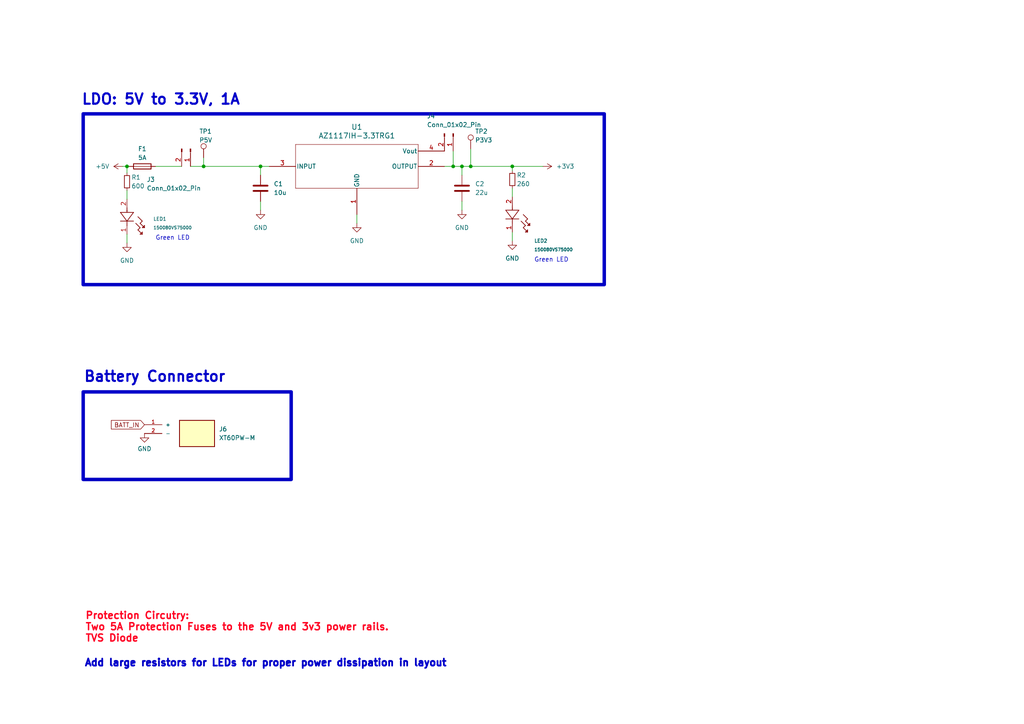
<source format=kicad_sch>
(kicad_sch (version 20231120) (generator "eeschema") (generator_version "8.0")
  (paper "A4")
  (lib_symbols
    (symbol "2024-02-15_17-38-45:AZ1117IH-3.3TRG1" (pin_names (offset 0.254))
      (property "Reference" "U1" (at 25.4 10.16 0))
      (property "Value" "AZ1117IH-3.3TRG1" (at 25.4 7.62 0))
      (symbol "AZ1117IH-3.3TRG1_0_1"
        (polyline (pts (xy 7.62 -7.62) (xy 43.18 -7.62)) (stroke (width 0.127)))
        (polyline (pts (xy 7.62 5.08) (xy 7.62 -7.62)) (stroke (width 0.127)))
        (polyline (pts (xy 43.18 -7.62) (xy 43.18 5.08)) (stroke (width 0.127)))
        (polyline (pts (xy 43.18 5.08) (xy 7.62 5.08)) (stroke (width 0.127)))
        (pin output line (at 50.8 -1.27 180) (length 7.62) (name "OUTPUT") (number "2"))
      )
      (symbol "AZ1117IH-3.3TRG1_1_1"
        (pin power_out line (at 25.4 -15.24 90) (length 7.62) (name "GND") (number "1"))
        (pin input line (at 0 -1.27 0) (length 7.62) (name "INPUT") (number "3"))
        (pin input line (at 50.8 3.175 180) (length 7.62) (name "Vout") (number "4"))
      )
    )
    (symbol "2024-02-25_19-51-49:150080VS75000" (pin_names (offset 0.254))
      (property "Reference" "LED" (at 5.08 -4.445 0))
      (property "Value" "150080VS75000" (at 5.08 -7.62 0))
      (symbol "150080VS75000_1_1"
        (polyline (pts (xy 2.54 0) (xy 3.4798 0)) (stroke (width 0.2032)))
        (polyline (pts (xy 3.175 0) (xy 3.81 0)) (stroke (width 0.2032)))
        (polyline (pts (xy 3.81 -1.905) (xy 6.35 0)) (stroke (width 0.2032)))
        (polyline (pts (xy 3.81 1.905) (xy 3.81 -1.905)) (stroke (width 0.2032)))
        (polyline (pts (xy 5.08 3.175) (xy 6.35 4.445)) (stroke (width 0.2032)))
        (polyline (pts (xy 6.35 -1.905) (xy 6.35 1.905)) (stroke (width 0.2032)))
        (polyline (pts (xy 6.35 0) (xy 3.81 1.905)) (stroke (width 0.2032)))
        (polyline (pts (xy 6.35 0) (xy 7.62 0)) (stroke (width 0.2032)))
        (polyline (pts (xy 6.35 4.445) (xy 6.985 3.81)) (stroke (width 0.2032)))
        (polyline (pts (xy 6.985 2.54) (xy 8.255 3.81)) (stroke (width 0.2032)))
        (polyline (pts (xy 6.985 3.81) (xy 8.255 5.08)) (stroke (width 0.2032)))
        (polyline (pts (xy 7.62 5.08) (xy 8.255 4.445)) (stroke (width 0.2032)))
        (polyline (pts (xy 8.255 3.81) (xy 8.89 3.175)) (stroke (width 0.2032)))
        (polyline (pts (xy 8.255 4.445) (xy 8.255 5.08)) (stroke (width 0.2032)))
        (polyline (pts (xy 8.255 5.08) (xy 7.62 5.08)) (stroke (width 0.2032)))
        (polyline (pts (xy 8.89 3.175) (xy 10.16 4.445)) (stroke (width 0.2032)))
        (polyline (pts (xy 9.525 4.445) (xy 10.16 3.81)) (stroke (width 0.2032)))
        (polyline (pts (xy 10.16 3.81) (xy 10.16 4.445)) (stroke (width 0.2032)))
        (polyline (pts (xy 10.16 4.445) (xy 9.525 4.445)) (stroke (width 0.2032)))
        (pin unspecified line (at 10.16 0 180) (length 2.54) (name "") (number "1"))
        (pin unspecified line (at 0 0 0) (length 2.54) (name "") (number "2"))
      )
    )
    (symbol "Connector:Conn_01x02_Pin" (pin_names (offset 1.016) hide)
      (property "Reference" "J" (at 0 2.54 0))
      (property "Value" "Conn_01x02_Pin" (at 0 -5.08 0))
      (symbol "Conn_01x02_Pin_1_1"
        (polyline (pts (xy 1.27 -2.54) (xy 0.8636 -2.54)) (stroke (width 0.1524)))
        (polyline (pts (xy 1.27 0) (xy 0.8636 0)) (stroke (width 0.1524)))
        (rectangle (start 0.8636 -2.413) (end 0 -2.667) (stroke (width 0.1524)) (fill (type outline)))
        (rectangle (start 0.8636 0.127) (end 0 -0.127) (stroke (width 0.1524)) (fill (type outline)))
        (pin passive line (at 5.08 0 180) (length 3.81) (name "Pin_1") (number "1"))
        (pin passive line (at 5.08 -2.54 180) (length 3.81) (name "Pin_2") (number "2"))
      )
    )
    (symbol "Connector:TestPoint" (pin_numbers hide) (pin_names (offset 0.762) hide)
      (property "Reference" "TP" (at 0 6.858 0))
      (property "Value" "TestPoint" (at 0 5.08 0))
      (symbol "TestPoint_0_1"
        (circle (center 0 3.302) (radius 0.762))
      )
      (symbol "TestPoint_1_1"
        (pin passive line (at 0 0 90) (length 2.54) (name "1") (number "1"))
      )
    )
    (symbol "Device:C" (pin_numbers hide) (pin_names (offset 0.254))
      (property "Reference" "C" (at 0.635 2.54 0))
      (property "Value" "C" (at 0.635 -2.54 0))
      (symbol "C_0_1"
        (polyline (pts (xy -2.032 -0.762) (xy 2.032 -0.762)) (stroke (width 0.508)))
        (polyline (pts (xy -2.032 0.762) (xy 2.032 0.762)) (stroke (width 0.508)))
      )
      (symbol "C_1_1"
        (pin passive line (at 0 3.81 270) (length 2.794) (name "~") (number "1"))
        (pin passive line (at 0 -3.81 90) (length 2.794) (name "~") (number "2"))
      )
    )
    (symbol "Device:Fuse" (pin_numbers hide) (pin_names (offset 0))
      (property "Reference" "F" (at 2.032 0 90))
      (property "Value" "Fuse" (at -1.905 0 90))
      (symbol "Fuse_0_1"
        (rectangle (start -0.762 -2.54) (end 0.762 2.54) (stroke (width 0.254)))
        (polyline (pts (xy 0 2.54) (xy 0 -2.54)))
      )
      (symbol "Fuse_1_1"
        (pin passive line (at 0 3.81 270) (length 1.27) (name "~") (number "1"))
        (pin passive line (at 0 -3.81 90) (length 1.27) (name "~") (number "2"))
      )
    )
    (symbol "Device:R_Small" (pin_numbers hide) (pin_names (offset 0.254) hide)
      (property "Reference" "R" (at 0.762 0.508 0))
      (property "Value" "R_Small" (at 0.762 -1.016 0))
      (symbol "R_Small_0_1"
        (rectangle (start -0.762 1.778) (end 0.762 -1.778) (stroke (width 0.2032)))
      )
      (symbol "R_Small_1_1"
        (pin passive line (at 0 2.54 270) (length 0.762) (name "~") (number "1"))
        (pin passive line (at 0 -2.54 90) (length 0.762) (name "~") (number "2"))
      )
    )
    (symbol "XT60PW-M:XT60PW-M" (pin_names (offset 1.016))
      (property "Reference" "J" (at -5.08 5.7234 0))
      (property "Value" "XT60PW-M" (at 0 3.81 0))
      (symbol "XT60PW-M_0_0"
        (rectangle (start 0 3.81) (end 10.16 -3.81) (stroke (width 0.254)) (fill (type background)))
        (pin passive line (at -10.16 2.54 0) (length 5.08) (name "+") (number "1"))
        (pin passive line (at -10.16 0 0) (length 5.08) (name "-") (number "2"))
      )
    )
    (symbol "power:+3V3" (power) (pin_names (offset 0))
      (property "Value" "+3V3" (at 0 3.556 0))
      (symbol "+3V3_0_1"
        (polyline (pts (xy -0.762 1.27) (xy 0 2.54)))
        (polyline (pts (xy 0 0) (xy 0 2.54)))
        (polyline (pts (xy 0 2.54) (xy 0.762 1.27)))
      )
      (symbol "+3V3_1_1"
        (pin power_in line (at 0 0 90) (length 0) hide (name "+3V3") (number "1"))
      )
    )
    (symbol "power:+5V" (power) (pin_names (offset 0))
      (property "Value" "+5V" (at 0 3.556 0))
      (symbol "+5V_0_1"
        (polyline (pts (xy -0.762 1.27) (xy 0 2.54)))
        (polyline (pts (xy 0 0) (xy 0 2.54)))
        (polyline (pts (xy 0 2.54) (xy 0.762 1.27)))
      )
      (symbol "+5V_1_1"
        (pin power_in line (at 0 0 90) (length 0) hide (name "+5V") (number "1"))
      )
    )
    (symbol "power:GND" (power) (pin_names (offset 0))
      (property "Value" "GND" (at 0 -3.81 0))
      (symbol "GND_0_1"
        (polyline (pts (xy 0 0) (xy 0 -1.27) (xy 1.27 -1.27) (xy 0 -2.54) (xy -1.27 -1.27) (xy 0 -1.27)))
      )
      (symbol "GND_1_1"
        (pin power_in line (at 0 0 270) (length 0) hide (name "GND") (number "1"))
      )
    )
  )
  (junction (at 75.565 48.26))
  (junction (at 133.985 48.26))
  (junction (at 59.055 48.26))
  (junction (at 36.83 48.26))
  (junction (at 131.445 48.26))
  (junction (at 136.525 48.26))
  (junction (at 148.59 48.26))
  (wire (pts (xy 36.83 55.245) (xy 36.83 57.785)))
  (wire (pts (xy 148.59 48.26) (xy 148.59 49.53)))
  (wire (pts (xy 59.055 48.26) (xy 75.565 48.26)))
  (wire (pts (xy 148.59 48.26) (xy 157.48 48.26)))
  (wire (pts (xy 75.565 50.8) (xy 75.565 48.26)))
  (wire (pts (xy 128.905 48.26) (xy 131.445 48.26)))
  (wire (pts (xy 136.525 48.26) (xy 148.59 48.26)))
  (wire (pts (xy 133.985 50.8) (xy 133.985 48.26)))
  (wire (pts (xy 103.505 62.23) (xy 103.505 64.77)))
  (wire (pts (xy 36.83 48.26) (xy 37.465 48.26)))
  (wire (pts (xy 148.59 54.61) (xy 148.59 57.15)))
  (wire (pts (xy 133.985 58.42) (xy 133.985 60.96)))
  (wire (pts (xy 55.245 48.26) (xy 59.055 48.26)))
  (wire (pts (xy 133.985 48.26) (xy 136.525 48.26)))
  (wire (pts (xy 131.445 43.815) (xy 131.445 48.26)))
  (wire (pts (xy 36.83 67.945) (xy 36.83 70.485)))
  (wire (pts (xy 35.56 48.26) (xy 36.83 48.26)))
  (wire (pts (xy 75.565 58.42) (xy 75.565 60.96)))
  (wire (pts (xy 75.565 48.26) (xy 78.105 48.26)))
  (wire (pts (xy 136.525 43.18) (xy 136.525 48.26)))
  (wire (pts (xy 148.59 67.31) (xy 148.59 69.85)))
  (wire (pts (xy 131.445 48.26) (xy 133.985 48.26)))
  (wire (pts (xy 45.085 48.26) (xy 52.705 48.26)))
  (wire (pts (xy 59.055 45.72) (xy 59.055 48.26)))
  (wire (pts (xy 36.83 48.26) (xy 36.83 50.165)))
  (rectangle (start 24.13 33.02) (end 175.26 82.55) (stroke (width 1)))
  (rectangle (start 24.13 113.665) (end 84.455 139.065) (stroke (width 1)))
  (rectangle (start 107.315 33.02) (end 107.315 33.02))
  (text "Battery Connector" (at 24.13 111.125 0) (effects (font (size 3 3) (thickness 0.6) (bold yes)) (justify left bottom)))
  (text "Green LED\n" (at 45.085 69.85 0) (effects (font (size 1.27 1.27)) (justify left bottom)))
  (text "LDO: 5V to 3.3V, 1A\n\n" (at 23.495 35.56 0) (effects (font (size 3 3) (thickness 0.6) (bold yes)) (justify left bottom)))
  (text "Green LED\n" (at 154.94 76.2 0) (effects (font (size 1.27 1.27)) (justify left bottom)))
  (text "Add large resistors for LEDs for proper power dissipation in layout\n\n" (at 24.384 196.85 0) (effects (font (size 2.032 2.032) (thickness 0.6) (bold yes)) (justify left bottom)))
  (text "Protection Circutry: \nTwo 5A Protection Fuses to the 5V and 3v3 power rails.\nTVS Diode\n" (at 24.638 186.436 0) (effects (font (size 2.032 2.032) (bold yes)) (justify left bottom)))
  (global_label "BATT_IN" (shape input) (at 41.91 123.19 180) (property "Intersheetrefs" "${INTERSHEET_REFS}" (effects (hide yes))))
  (symbol (lib_id "Device:C") (at 75.565 54.61 0) (unit 1)
    (property "Reference" "C1" (at 79.375 53.34 0) (effects (justify left)))
    (property "Value" "10u" (at 79.375 55.88 0) (effects (justify left)))
    (property "Footprint" "Capacitor_SMD:C_0805_2012Metric" (effects (hide yes)))
  )
  (symbol (lib_id "power:+3V3") (at 157.48 48.26 270) (unit 1)
    (property "Reference" "#PWR07" (effects (hide yes)))
    (property "Value" "+3V3" (at 161.29 48.26 90) (effects (justify left)))
  )
  (symbol (lib_id "power:GND") (at 75.565 60.96 0) (unit 1)
    (property "Reference" "#PWR03" (effects (hide yes)))
    (property "Value" "GND" (at 75.565 66.04 0))
  )
  (symbol (lib_id "2024-02-25_19-51-49:150080VS75000") (at 148.59 57.15 270) (unit 1)
    (property "Reference" "LED2" (at 154.94 69.85 90) (effects (font (size 1 1)) (justify left)))
    (property "Value" "150080VS75000" (at 154.94 72.39 90) (effects (font (size 0.9 0.9)) (justify left)))
    (property "Footprint" "CSTAR-MainBoard-Footprints:LED_0VS75000_WRE" (effects (hide yes)))
    (property "Datasheet" "150080VS75000" (effects (hide yes)))
  )
  (symbol (lib_id "power:+5V") (at 35.56 48.26 90) (unit 1)
    (property "Reference" "#PWR01" (effects (hide yes)))
    (property "Value" "+5V" (at 31.75 48.26 90) (effects (justify left)))
  )
  (symbol (lib_id "power:GND") (at 148.59 69.85 0) (unit 1)
    (property "Reference" "#PWR06" (effects (hide yes)))
    (property "Value" "GND" (at 148.59 74.93 0))
  )
  (symbol (lib_id "power:GND") (at 41.91 125.73 0) (unit 1)
    (property "Reference" "#PWR017" (effects (hide yes)))
    (property "Value" "GND" (at 41.91 130.175 0))
  )
  (symbol (lib_id "2024-02-25_19-51-49:150080VS75000") (at 36.83 57.785 270) (unit 1)
    (property "Reference" "LED1" (at 44.45 63.5 90) (effects (font (size 1 1)) (justify left)))
    (property "Value" "150080VS75000" (at 44.45 66.04 90) (effects (font (size 0.9 0.9)) (justify left)))
    (property "Footprint" "CSTAR-MainBoard-Footprints:LED_0VS75000_WRE" (effects (hide yes)))
    (property "Datasheet" "150080VS75000" (effects (hide yes)))
  )
  (symbol (lib_id "Device:R_Small") (at 36.83 52.705 0) (unit 1)
    (property "Reference" "R1" (at 38.1 51.435 0) (effects (justify left)))
    (property "Value" "600" (at 38.1 53.975 0) (effects (justify left)))
    (property "Footprint" "Resistor_SMD:R_0805_2012Metric" (effects (hide yes)))
  )
  (symbol (lib_id "Device:C") (at 133.985 54.61 0) (unit 1)
    (property "Reference" "C2" (at 137.795 53.34 0) (effects (justify left)))
    (property "Value" "22u" (at 137.795 55.88 0) (effects (justify left)))
    (property "Footprint" "Capacitor_SMD:C_0805_2012Metric" (effects (hide yes)))
  )
  (symbol (lib_id "power:GND") (at 36.83 70.485 0) (unit 1)
    (property "Reference" "#PWR02" (effects (hide yes)))
    (property "Value" "GND" (at 36.83 75.565 0))
  )
  (symbol (lib_id "Connector:Conn_01x02_Pin") (at 131.445 38.735 270) (unit 1)
    (property "Reference" "J4" (at 123.825 33.655 90) (effects (justify left)))
    (property "Value" "Conn_01x02_Pin" (at 123.825 36.195 90) (effects (justify left)))
    (property "Footprint" "Connector_PinHeader_2.54mm:PinHeader_1x02_P2.54mm_Vertical" (effects (hide yes)))
  )
  (symbol (lib_id "power:GND") (at 103.505 64.77 0) (unit 1)
    (property "Reference" "#PWR04" (effects (hide yes)))
    (property "Value" "GND" (at 103.505 69.85 0))
  )
  (symbol (lib_id "Device:R_Small") (at 148.59 52.07 0) (unit 1)
    (property "Reference" "R2" (at 149.86 50.8 0) (effects (justify left)))
    (property "Value" "260" (at 149.86 53.34 0) (effects (justify left)))
    (property "Footprint" "Resistor_SMD:R_0805_2012Metric" (effects (hide yes)))
  )
  (symbol (lib_id "Connector:TestPoint") (at 136.525 43.18 0) (unit 1)
    (property "Reference" "TP2" (at 137.795 38.1 0) (effects (justify left)))
    (property "Value" "P3V3" (at 137.795 40.64 0) (effects (justify left)))
    (property "Footprint" "TestPoint:TestPoint_Pad_D2.0mm" (effects (hide yes)))
  )
  (symbol (lib_id "Connector:Conn_01x02_Pin") (at 55.245 43.18 270) (unit 1)
    (property "Reference" "J3" (at 42.545 52.07 90) (effects (justify left)))
    (property "Value" "Conn_01x02_Pin" (at 42.545 54.61 90) (effects (justify left)))
    (property "Footprint" "Connector_PinHeader_2.54mm:PinHeader_1x02_P2.54mm_Vertical" (effects (hide yes)))
  )
  (symbol (lib_id "2024-02-15_17-38-45:AZ1117IH-3.3TRG1") (at 78.105 46.99 0) (unit 1)
    (property "Reference" "U1" (at 103.505 36.83 0) (effects (font (size 1.524 1.524))))
    (property "Value" "AZ1117IH-3.3TRG1" (at 103.505 39.37 0) (effects (font (size 1.524 1.524))))
    (property "Footprint" "CSTAR-MainBoard-Footprints:SOT230P700X185-4N" (effects (hide yes)))
    (property "Datasheet" "AZ1117IH-3.3TRG1" (effects (hide yes)))
  )
  (symbol (lib_id "Device:Fuse") (at 41.275 48.26 90) (unit 1)
    (property "Reference" "F1" (at 41.275 43.18 90))
    (property "Value" "5A" (at 41.275 45.72 90))
    (property "Footprint" "Fuse:Fuse_0805_2012Metric" (effects (hide yes)))
  )
  (symbol (lib_id "power:GND") (at 133.985 60.96 0) (unit 1)
    (property "Reference" "#PWR05" (effects (hide yes)))
    (property "Value" "GND" (at 133.985 66.04 0))
  )
  (symbol (lib_id "XT60PW-M:XT60PW-M") (at 52.07 125.73 0) (unit 1)
    (property "Reference" "J6" (at 63.5 124.46 0) (effects (justify left)))
    (property "Value" "XT60PW-M" (at 63.5 127 0) (effects (justify left)))
    (property "Footprint" "CSTAR-MainBoard-Footprints:AMASS_XT60PW-M" (effects (hide yes)))
    (property "Description" "\nSocket, DC supply, male, PIN: 2\n" (effects (hide yes)))
    (property "MAXIMUM_PACKAGE_HEIGHT" "8.4 mm" (effects (hide yes)))
  )
  (symbol (lib_id "Connector:TestPoint") (at 59.055 45.72 0) (unit 1)
    (property "Reference" "TP1" (at 57.785 38.1 0) (effects (justify left)))
    (property "Value" "P5V" (at 57.785 40.64 0) (effects (justify left)))
    (property "Footprint" "TestPoint:TestPoint_Pad_D2.0mm" (effects (hide yes)))
  )
)
</source>
